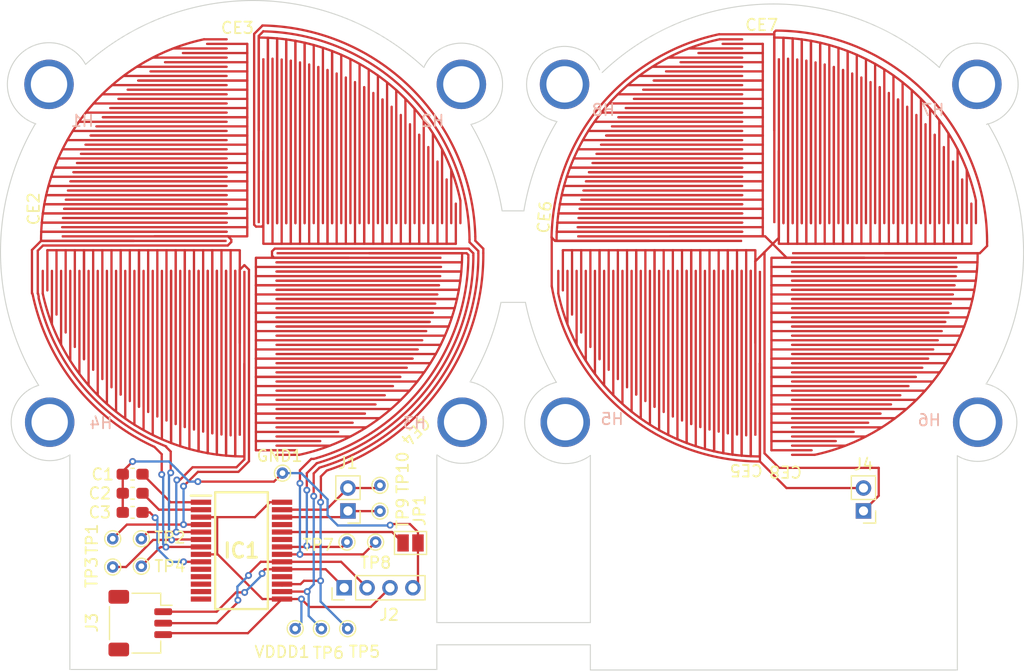
<source format=kicad_pcb>
(kicad_pcb (version 20241229) (generator "pcbnew") (generator_version "9.0")
  (layers (0 "F.Cu" signal) (2 "B.Cu" signal) (13 "F.Paste" user) (15 "B.Paste" user) (5 "F.SilkS" user "F.Silkscreen") (7 "B.SilkS" user "B.Silkscreen") (1 "F.Mask" user) (3 "B.Mask" user) (25 "Edge.Cuts" user))
  (net 0 "")
  (net 1 "Net-(IC1-VCCD)")
  (net 2 "GND")
  (net 3 "Net-(IC1-VSSD)")
  (net 4 "Net-(IC1-VSSA)")
  (net 5 "P5.3")
  (net 6 "P5.2")
  (net 7 "P1.1")
  (net 8 "P1.0")
  (net 9 "P1.3")
  (net 10 "P1.2")
  (net 16 "VDDA_1")
  (net 17 "P3.6")
  (net 18 "P3.1")
  (net 20 "Net-(IC1-XRES)")
  (net 22 "P3.7")
  (net 24 "P3.2")
  (net 31 "P0.1")
  (net 33 "P0.0")
  (footprint "PCB Coils:COIL_GENERATOR" (layer "F.Cu") (at 197.33072 50.091 180)
    (property "Reference" "CE2")
    (property "Value" "C")
  )
  (footprint "PCB Coils:COIL_GENERATOR" (layer "F.Cu") (at 198.33572 50.341 90)
    (property "Reference" "CE3")
    (property "Value" "C")
  )
  (footprint "TestPoint:TestPoint_THTPad_D1.0mm_Drill0.5mm" (layer "F.Cu") (at 188.087 76.086)
    (property "Reference" "TP2")
    (property "Value" "TestPoint")
  )
  (footprint "Connector_PinHeader_2.00mm:PinHeader_1x04_P2.00mm_Vertical" (layer "F.Cu") (at 205.7908 80.3656 90)
    (property "Reference" "J2")
    (property "Value" "Conn_01x04")
  )
  (footprint "Capacitor_SMD:C_0603_1608Metric_Pad1.08x0.95mm_HandSolder" (layer "F.Cu") (at 187.325 72.115 180)
    (property "Reference" "C2")
    (property "Value" "0.1uF")
  )
  (footprint "PCB Coils:COIL_GENERATOR" (layer "F.Cu") (at 242.33072 50.091 180)
    (property "Reference" "CE6")
    (property "Value" "C")
  )
  (footprint "Connector_PinHeader_2.00mm:PinHeader_1x02_P2.00mm_Vertical" (layer "F.Cu") (at 251.121 73.66 180)
    (property "Reference" "J4")
    (property "Value" "Conn_01x02")
  )
  (footprint "TestPoint:TestPoint_THTPad_D1.0mm_Drill0.5mm" (layer "F.Cu") (at 185.587 78.552667 180)
    (property "Reference" "TP3")
    (property "Value" "TestPoint")
  )
  (footprint "PCB Coils:COIL_GENERATOR" (layer "F.Cu") (at 243.33572 50.341 90)
    (property "Reference" "CE7")
    (property "Value" "C")
  )
  (footprint "ECE445L:MountingHole_4_40" (layer "F.Cu") (at 261.021672 36.4236)
    (property "Reference" "H6")
    (property "Value" "~")
  )
  (footprint "Jumper:SolderJumper-2_P1.3mm_Open_Pad1.0x1.5mm" (layer "F.Cu") (at 211.582 76.454)
    (property "Reference" "JP1")
    (property "Value" "SolderJumper_2_Open")
  )
  (footprint "Capacitor_SMD:C_0603_1608Metric_Pad1.08x0.95mm_HandSolder" (layer "F.Cu") (at 187.325 73.787 180)
    (property "Reference" "C3")
    (property "Value" "0.1uF")
  )
  (footprint "TestPoint:TestPoint_THTPad_D1.0mm_Drill0.5mm" (layer "F.Cu") (at 208.534 76.378 180)
    (property "Reference" "TP8")
    (property "Value" "TestPoint")
  )
  (footprint "TestPoint:TestPoint_THTPad_D1.0mm_Drill0.5mm" (layer "F.Cu") (at 208.915 73.676 180)
    (property "Reference" "TP9")
    (property "Value" "TestPoint")
  )
  (footprint "Connector_PinHeader_2.00mm:PinHeader_1x02_P2.00mm_Vertical" (layer "F.Cu") (at 206.121 73.66 180)
    (property "Reference" "J1")
    (property "Value" "Conn_01x02" (hide yes))
  )
  (footprint "Connector_JST:JST_SH_SM03B-SRSS-TB_1x03-1MP_P1.00mm_Horizontal" (layer "F.Cu") (at 187.992 83.455 -90)
    (property "Reference" "J3")
    (property "Value" "Conn_01x04")
  )
  (footprint "ECE445L:MountingHole_4_40" (layer "F.Cu") (at 180.08572 65.913)
    (property "Reference" "H4")
    (property "Value" "~")
  )
  (footprint "ECE382N:SOP65P780X200-28N" (layer "F.Cu") (at 196.828405 77.125)
    (property "Reference" "IC1")
    (property "Value" "CY8C4145PVI-PS431" (hide yes))
  )
  (footprint "TestPoint:TestPoint_THTPad_D1.0mm_Drill0.5mm" (layer "F.Cu") (at 188.087 78.486 180)
    (property "Reference" "TP4")
    (property "Value" "TestPoint")
  )
  (footprint "ECE445L:MountingHole_4_40" (layer "F.Cu") (at 225.027 36.4236)
    (property "Reference" "H5")
    (property "Value" "~")
  )
  (footprint "PCB Coils:COIL_GENERATOR" (layer "F.Cu") (at 197.08072 50.902 -90)
    (property "Reference" "CE1" (hide yes))
    (property "Value" "C")
  )
  (footprint "TestPoint:TestPoint_THTPad_D1.0mm_Drill0.5mm" (layer "F.Cu") (at 206.0956 83.933999 90)
    (property "Reference" "TP5")
    (property "Value" "TestPoint")
  )
  (footprint "TestPoint:TestPoint_THTPad_D1.0mm_Drill0.5mm" (layer "F.Cu") (at 203.802155 83.933999)
    (property "Reference" "TP6")
    (property "Value" "TestPoint")
  )
  (footprint "PCB Coils:COIL_GENERATOR" (layer "F.Cu") (at 198.08572 51.162)
    (property "Reference" "CE4")
    (property "Value" "C")
  )
  (footprint "TestPoint:TestPoint_THTPad_D1.0mm_Drill0.5mm" (layer "F.Cu") (at 208.915 71.426 180)
    (property "Reference" "TP10")
    (property "Value" "TestPoint")
  )
  (footprint "ECE445L:MountingHole_4_40" (layer "F.Cu") (at 261.08572 65.913)
    (property "Reference" "H7")
    (property "Value" "~")
  )
  (footprint "ECE445L:MountingHole_4_40" (layer "F.Cu") (at 225.08572 65.913)
    (property "Reference" "H8")
    (property "Value" "~")
  )
  (footprint "TestPoint:TestPoint_THTPad_D1.0mm_Drill0.5mm" (layer "F.Cu") (at 206.034 76.378 180)
    (property "Reference" "TP7")
    (property "Value" "TestPoint")
  )
  (footprint "PCB Coils:COIL_GENERATOR" (layer "F.Cu") (at 243.08572 51.162)
    (property "Reference" "CE8")
    (property "Value" "C")
  )
  (footprint "ECE445L:MountingHole_4_40" (layer "F.Cu") (at 180.027 36.4236)
    (property "Reference" "H1")
    (property "Value" "~")
  )
  (footprint "ECE445L:MountingHole_4_40" (layer "F.Cu") (at 216.08572 65.913)
    (property "Reference" "H3")
    (property "Value" "~")
  )
  (footprint "ECE445L:MountingHole_4_40" (layer "F.Cu") (at 216.021672 36.4236)
    (property "Reference" "H2")
    (property "Value" "~")
  )
  (footprint "TestPoint:TestPoint_THTPad_D1.0mm_Drill0.5mm" (layer "F.Cu") (at 201.516155 83.933999 180)
    (property "Reference" "VDDD1")
    (property "Value" "TestPoint")
  )
  (footprint "PCB Coils:COIL_GENERATOR" (layer "F.Cu") (at 242.08072 50.902 -90)
    (property "Reference" "CE5")
    (property "Value" "C")
  )
  (footprint "Capacitor_SMD:C_0603_1608Metric_Pad1.08x0.95mm_HandSolder" (layer "F.Cu") (at 187.325 70.45 180)
    (property "Reference" "C1")
    (property "Value" "0.1uF")
  )
  (footprint "TestPoint:TestPoint_THTPad_D1.0mm_Drill0.5mm" (layer "F.Cu") (at 200.406 70.358)
    (property "Reference" "GND1")
    (property "Value" "TestPoint")
  )
  (footprint "TestPoint:TestPoint_THTPad_D1.0mm_Drill0.5mm" (layer "F.Cu") (at 185.587 76.086)
    (property "Reference" "TP1")
    (property "Value" "TestPoint")
  )
  (gr_arc (start 242.08072 69.342) (mid 230.199447 65.004107) (end 223.908189 54.03133) (stroke (width 0.2)) (layer "F.Cu") (net 5))
  (gr_arc (start 190.26218 68.031351) (mid 183.098217 62.918533) (end 179.1208 55.0672) (stroke (width 0.2)) (layer "F.Cu") (net 10))
  (gr_arc (start 223.8944 49.784) (mid 228.106773 38.357658) (end 238.523666 32.049423) (stroke (width 0.2)) (layer "F.Cu") (net 5))
  (gr_arc (start 216.630858 51.565005) (mid 212.8012 62.5856) (end 203.134236 69.117799) (stroke (width 0.2)) (layer "F.Cu") (net 33))
  (gr_arc (start 243.469358 31.734018) (mid 256.508012 37.134788) (end 261.908782 50.173442) (stroke (width 0.2)) (layer "F.Cu") (net 5))
  (gr_arc (start 217.934402 51.155728) (mid 214.207879 62.876766) (end 204.276846 70.132405) (stroke (width 0.2)) (layer "F.Cu") (net 24))
  (gr_arc (start 198.65 31.286187) (mid 211.644782 36.761217) (end 217.236906 49.70604) (stroke (width 0.2)) (layer "F.Cu") (net 24))
  (gr_arc (start 198.731751 31.797564) (mid 211.40307 37.240356) (end 216.731969 49.96) (stroke (width 0.2)) (layer "F.Cu") (net 18))
  (gr_arc (start 189.23 68.072) (mid 182.300295 62.648563) (end 178.581526 54.673274) (stroke (width 0.2)) (layer "F.Cu") (net 9))
  (gr_arc (start 217.066982 51.353274) (mid 213.254487 62.707496) (end 203.387846 69.497405) (stroke (width 0.2)) (layer "F.Cu") (net 31))
  (gr_arc (start 217.503283 51.155121) (mid 213.704387 62.83535) (end 203.641846 69.878405) (stroke (width 0.2)) (layer "F.Cu") (net 18))
  (gr_arc (start 257.743225 34.949674) (mid 263.790739 34.131671) (end 261.856931 39.919852) (stroke (width 0.0875)) (layer "Edge.Cuts"))
  (gr_arc (start 224.311581 62.431178) (mid 222.664639 59.05739) (end 221.612797 55.453434) (stroke (width 0.0875)) (layer "Edge.Cuts"))
  (gr_arc (start 179.123499 62.69593) (mid 175.794077 51.313574) (end 178.845351 39.853521) (stroke (width 0.0875)) (layer "Edge.Cuts"))
  (gr_line (start 213.878589 83.40481) (end 213.878589 68.79556) (stroke (width 0.0875)) (layer "Edge.Cuts"))
  (gr_arc (start 178.876088 39.871638) (mid 177.238713 34.09143) (end 183.217324 34.68136) (stroke (width 0.0875)) (layer "Edge.Cuts"))
  (gr_arc (start 219.478335 55.453434) (mid 218.426844 59.035667) (end 216.787098 62.389657) (stroke (width 0.0875)) (layer "Edge.Cuts"))
  (gr_arc (start 212.743178 34.949658) (mid 218.790789 34.131654) (end 216.856884 39.919836) (stroke (width 0.0875)) (layer "Edge.Cuts"))
  (gr_arc (start 216.856884 39.919836) (mid 218.565631 43.572649) (end 219.58017 47.475669) (stroke (width 0.0875)) (layer "Edge.Cuts"))
  (gr_line (start 227.280072 85.342616) (end 213.878589 85.342616) (stroke (width 0.0875)) (layer "Edge.Cuts"))
  (gr_line (start 219.630989 47.467327) (end 221.476241 47.467327) (stroke (width 0.0875)) (layer "Edge.Cuts"))
  (gr_line (start 259.313036 87.544668) (end 259.313036 68.839186) (stroke (width 0.0875)) (layer "Edge.Cuts"))
  (gr_line (start 181.845625 68.772727) (end 181.845625 87.500952) (stroke (width 0.0875)) (layer "Edge.Cuts"))
  (gr_arc (start 228.313815 35.390995) (mid 242.942157 29.411198) (end 257.743226 34.949674) (stroke (width 0.0875)) (layer "Edge.Cuts"))
  (gr_line (start 227.280072 68.816444) (end 227.280072 83.40481) (stroke (width 0.0875)) (layer "Edge.Cuts"))
  (gr_arc (start 224.358695 39.668302) (mid 222.471901 34.315) (end 228.085957 35.151787) (stroke (width 0.0875)) (layer "Edge.Cuts"))
  (gr_arc (start 261.828695 62.573395) (mid 264.260639 67.187701) (end 259.313036 68.839186) (stroke (width 0.0875)) (layer "Edge.Cuts"))
  (gr_arc (start 183.217324 34.681359) (mid 198.032137 29.105583) (end 212.743179 34.949658) (stroke (width 0.0875)) (layer "Edge.Cuts"))
  (gr_line (start 227.280072 87.544668) (end 259.313036 87.544668) (stroke (width 0.0875)) (layer "Edge.Cuts"))
  (gr_arc (start 261.977071 39.847837) (mid 265.093827 51.23145) (end 261.828695 62.573395) (stroke (width 0.0875)) (layer "Edge.Cuts"))
  (gr_line (start 221.612797 55.453434) (end 219.478335 55.453434) (stroke (width 0.0875)) (layer "Edge.Cuts"))
  (gr_arc (start 227.280072 68.816444) (mid 221.879066 67.444707) (end 224.311581 62.431178) (stroke (width 0.0875)) (layer "Edge.Cuts"))
  (gr_arc (start 181.845625 68.772727) (mid 177.021252 67.285713) (end 179.123554 62.69593) (stroke (width 0.0875)) (layer "Edge.Cuts"))
  (gr_arc (start 221.476241 47.467327) (mid 222.547219 43.430972) (end 224.358702 39.668302) (stroke (width 0.0875)) (layer "Edge.Cuts"))
  (gr_line (start 227.280072 85.342616) (end 227.280072 87.544668) (stroke (width 0.0875)) (layer "Edge.Cuts"))
  (gr_arc (start 216.787095 62.389657) (mid 219.358633 67.394187) (end 213.901711 68.765363) (stroke (width 0.0875)) (layer "Edge.Cuts"))
  (gr_line (start 181.845625 87.500952) (end 213.878589 87.500952) (stroke (width 0.0875)) (layer "Edge.Cuts"))
  (gr_line (start 213.878589 83.40481) (end 227.280072 83.40481) (stroke (width 0.0875)) (layer "Edge.Cuts"))
  (gr_line (start 213.878589 87.500952) (end 213.878589 85.342616) (stroke (width 0.0875)) (layer "Edge.Cuts"))
  (segment (start 193.290405 72.9) (end 190.6375 72.9) (width 0.2) (layer "F.Cu") (net 1))
  (segment (start 190.6375 72.9) (end 188.1875 70.45) (width 0.2) (layer "F.Cu") (net 1))
  (segment (start 193.019765 71.099765) (end 193.04 71.12) (width 0.2) (layer "F.Cu") (net 2))
  (segment (start 186.4625 70.45) (end 186.4625 70.2045) (width 0.2) (layer "F.Cu") (net 2))
  (segment (start 212.232 75.504) (end 212.232 76.454) (width 0.2) (layer "F.Cu") (net 2))
  (segment (start 211.531 74.803) (end 212.232 75.504) (width 0.2) (layer "F.Cu") (net 2))
  (segment (start 212.232 76.454) (end 212.232 79.9244) (width 0.2) (layer "F.Cu") (net 2))
  (segment (start 199.664235 71.099765) (end 200.406 70.358) (width 0.2) (layer "F.Cu") (net 2))
  (segment (start 209.901 74.803) (end 211.531 74.803) (width 0.2) (layer "F.Cu") (net 2))
  (segment (start 186.4625 73.787) (end 186.4625 72.115) (width 0.2) (layer "F.Cu") (net 2))
  (segment (start 186.4625 72.115) (end 186.4625 70.45) (width 0.2) (layer "F.Cu") (net 2))
  (segment (start 209.804 74.9) (end 209.901 74.803) (width 0.2) (layer "F.Cu") (net 2))
  (segment (start 186.4625 70.2045) (end 187.325 69.342) (width 0.2) (layer "F.Cu") (net 2))
  (segment (start 212.232 79.9244) (end 211.7908 80.3656) (width 0.2) (layer "F.Cu") (net 2))
  (segment (start 193.019765 71.099765) (end 199.664235 71.099765) (width 0.2) (layer "F.Cu") (net 2))
  (via (at 187.325 69.342) (size 0.6) (drill 0.3) (layers "F.Cu" "B.Cu") (net 2))
  (via (at 193.019765 71.099765) (size 0.6) (drill 0.3) (layers "F.Cu" "B.Cu") (net 2))
  (via (at 209.804 74.9) (size 0.6) (drill 0.3) (layers "F.Cu" "B.Cu") (net 2))
  (segment (start 191.251634 70.080116) (end 190.899577 69.728059) (width 0.2) (layer "B.Cu") (net 2))
  (segment (start 205.232 74.93) (end 204.343 74.041) (width 0.2) (layer "B.Cu") (net 2))
  (segment (start 202.043163 70.358) (end 200.406 70.358) (width 0.2) (layer "B.Cu") (net 2))
  (segment (start 190.886059 69.728059) (end 190.5 69.342) (width 0.2) (layer "B.Cu") (net 2))
  (segment (start 192.257765 71.099765) (end 191.251634 70.093634) (width 0.2) (layer "B.Cu") (net 2))
  (segment (start 209.774 74.93) (end 205.232 74.93) (width 0.2) (layer "B.Cu") (net 2))
  (segment (start 204.343 72.657837) (end 202.043163 70.358) (width 0.2) (layer "B.Cu") (net 2))
  (segment (start 190.899577 69.728059) (end 190.886059 69.728059) (width 0.2) (layer "B.Cu") (net 2))
  (segment (start 209.804 74.9) (end 209.774 74.93) (width 0.2) (layer "B.Cu") (net 2))
  (segment (start 190.5 69.342) (end 187.325 69.342) (width 0.2) (layer "B.Cu") (net 2))
  (segment (start 193.019765 71.099765) (end 192.257765 71.099765) (width 0.2) (layer "B.Cu") (net 2))
  (segment (start 204.343 74.041) (end 204.343 72.657837) (width 0.2) (layer "B.Cu") (net 2))
  (segment (start 191.251634 70.093634) (end 191.251634 70.080116) (width 0.2) (layer "B.Cu") (net 2))
  (segment (start 188.1875 72.115) (end 189.6225 73.55) (width 0.2) (layer "F.Cu") (net 3))
  (segment (start 189.6225 73.55) (end 193.290405 73.55) (width 0.2) (layer "F.Cu") (net 3))
  (segment (start 191.77 78.1) (end 193.290405 78.1) (width 0.2) (layer "F.Cu") (net 4))
  (segment (start 189.2855 74.25) (end 188.8225 73.787) (width 0.2) (layer "F.Cu") (net 4))
  (segment (start 188.8225 73.787) (end 188.1875 73.787) (width 0.2) (layer "F.Cu") (net 4))
  (segment (start 189.2915 74.25) (end 189.2855 74.25) (width 0.2) (layer "F.Cu") (net 4))
  (via (at 191.77 78.1) (size 0.6) (drill 0.3) (layers "F.Cu" "B.Cu") (net 4))
  (via (at 189.2915 74.25) (size 0.6) (drill 0.3) (layers "F.Cu" "B.Cu") (net 4))
  (segment (start 190.634098 78.105) (end 189.484 76.954902) (width 0.2) (layer "B.Cu") (net 4))
  (segment (start 189.484 76.954902) (end 189.484 74.4425) (width 0.2) (layer "B.Cu") (net 4))
  (segment (start 189.484 74.4425) (end 189.2915 74.25) (width 0.2) (layer "B.Cu") (net 4))
  (segment (start 191.765 78.105) (end 190.634098 78.105) (width 0.2) (layer "B.Cu") (net 4))
  (segment (start 191.77 78.1) (end 191.765 78.105) (width 0.2) (layer "B.Cu") (net 4))
  (segment (start 208.681 71.66) (end 208.915 71.426) (width 0.2) (layer "F.Cu") (net 5))
  (segment (start 232.43072 50.091) (end 224.2014 50.091) (width 0.2) (layer "F.Cu") (net 5))
  (segment (start 261.908782 50.173442) (end 261.908782 50.530018) (width 0.2) (layer "F.Cu") (net 5))
  (segment (start 223.908189 54.03133) (end 223.908189 49.797789) (width 0.2) (layer "F.Cu") (net 5))
  (segment (start 252.98572 51.162) (end 261.2768 51.162) (width 0.2) (layer "F.Cu") (net 5))
  (segment (start 243.33572 32.3088) (end 243.33572 32.0548) (width 0.2) (layer "F.Cu") (net 5))
  (segment (start 261.2768 51.162) (end 261.908782 50.530018) (width 0.2) (layer "F.Cu") (net 5))
  (segment (start 224.2014 50.091) (end 223.8944 49.784) (width 0.2) (layer "F.Cu") (net 5))
  (segment (start 206.121 71.66) (end 208.681 71.66) (width 0.2) (layer "F.Cu") (net 5))
  (segment (start 223.908189 49.797789) (end 223.8944 49.784) (width 0.2) (layer "F.Cu") (net 5))
  (segment (start 242.0808 60.80208) (end 242.0808 69.342) (width 0.2) (layer "F.Cu") (net 5))
  (segment (start 243.33572 32.3088) (end 243.33572 31.867656) (width 0.2) (layer "F.Cu") (net 5))
  (segment (start 243.33572 32.0548) (end 238.5248 32.0548) (width 0.2) (layer "F.Cu") (net 5))
  (segment (start 200.366405 73.55) (end 204.231 73.55) (width 0.2) (layer "F.Cu") (net 5))
  (segment (start 208.915 71.426) (end 208.665 71.676) (width 0.2) (layer "F.Cu") (net 5))
  (segment (start 242.08072 60.802) (end 242.0808 60.80208) (width 0.2) (layer "F.Cu") (net 5))
  (segment (start 244.39872 71.66) (end 242.08072 69.342) (width 0.2) (layer "F.Cu") (net 5))
  (segment (start 243.33572 40.441) (end 243.33572 32.3088) (width 0.2) (layer "F.Cu") (net 5))
  (segment (start 223.8944 49.784) (end 223.8944 49.7332) (width 0.2) (layer "F.Cu") (net 5))
  (segment (start 243.33572 31.867656) (end 243.469358 31.734018) (width 0.2) (layer "F.Cu") (net 5))
  (segment (start 251.121 71.66) (end 244.39872 71.66) (width 0.2) (layer "F.Cu") (net 5))
  (segment (start 204.231 73.55) (end 206.121 71.66) (width 0.2) (layer "F.Cu") (net 5))
  (segment (start 243.73572 42.243) (end 243.73572 49.81428) (width 0.2) (layer "F.Cu") (net 6))
  (segment (start 205.581 74.2) (end 200.366405 74.2) (width 0.2) (layer "F.Cu") (net 6))
  (segment (start 243.2 50.35) (end 244.412 51.562) (width 0.2) (layer "F.Cu") (net 6))
  (segment (start 244.412 51.562) (end 251.18372 51.562) (width 0.2) (layer "F.Cu") (net 6))
  (segment (start 241.68072 59) (end 241.68072 51.86928) (width 0.2) (layer "F.Cu") (net 6))
  (segment (start 242.48172 51.08172) (end 242.48172 68.63172) (width 0.2) (layer "F.Cu") (net 6))
  (segment (start 234.23272 49.691) (end 242.541 49.691) (width 0.2) (layer "F.Cu") (net 6))
  (segment (start 243.73572 49.81428) (end 243.2 50.35) (width 0.2) (layer "F.Cu") (net 6))
  (segment (start 242.541 49.691) (end 243.2 50.35) (width 0.2) (layer "F.Cu") (net 6))
  (segment (start 206.137 73.676) (end 206.121 73.66) (width 0.2) (layer "F.Cu") (net 6))
  (segment (start 252.45 69.9) (end 252.45 72.331) (width 0.2) (layer "F.Cu") (net 6))
  (segment (start 242.475 51.075) (end 242.48172 51.08172) (width 0.2) (layer "F.Cu") (net 6))
  (segment (start 242.475 51.075) (end 243.2 50.35) (width 0.2) (layer "F.Cu") (net 6))
  (segment (start 252.45 72.331) (end 251.121 73.66) (width 0.2) (layer "F.Cu") (net 6))
  (segment (start 244.316 51.562) (end 251.18372 51.562) (width 0.2) (layer "F.Cu") (net 6))
  (segment (start 208.915 73.676) (end 206.137 73.676) (width 0.2) (layer "F.Cu") (net 6))
  (segment (start 242.48172 68.63172) (end 243.75 69.9) (width 0.2) (layer "F.Cu") (net 6))
  (segment (start 206.121 73.66) (end 205.581 74.2) (width 0.2) (layer "F.Cu") (net 6))
  (segment (start 241.68072 51.86928) (end 242.475 51.075) (width 0.2) (layer "F.Cu") (net 6))
  (segment (start 243.75 69.9) (end 252.45 69.9) (width 0.2) (layer "F.Cu") (net 6))
  (segment (start 188.087 76.086) (end 188.673 75.5) (width 0.2) (layer "F.Cu") (net 7))
  (segment (start 191.184439 70.955911) (end 191.450974 70.955911) (width 0.2) (layer "F.Cu") (net 7))
  (segment (start 191.450974 70.955911) (end 192.556885 69.85) (width 0.2) (layer "F.Cu") (net 7))
  (segment (start 196.39072 69.85) (end 192.556885 69.85) (width 0.2) (layer "F.Cu") (net 7))
  (segment (start 197.08072 69.16) (end 197.08072 60.802) (width 0.2) (layer "F.Cu") (net 7))
  (segment (start 191.135 75.5) (end 193.290405 75.5) (width 0.2) (layer "F.Cu") (net 7))
  (segment (start 197.08072 69.16) (end 196.39072 69.85) (width 0.2) (layer "F.Cu") (net 7))
  (segment (start 188.673 75.5) (end 191.135 75.5) (width 0.2) (layer "F.Cu") (net 7))
  (via (at 191.135 75.5) (size 0.6) (drill 0.3) (layers "F.Cu" "B.Cu") (net 7))
  (via (at 191.184439 70.955911) (size 0.6) (drill 0.3) (layers "F.Cu" "B.Cu") (net 7))
  (segment (start 191.135 71.00535) (end 191.184439 70.955911) (width 0.2) (layer "B.Cu") (net 7))
  (segment (start 191.135 75.5) (end 191.135 71.00535) (width 0.2) (layer "B.Cu") (net 7))
  (segment (start 193.02 70.251) (end 196.55682 70.251) (width 0.2) (layer "F.Cu") (net 8))
  (segment (start 197.48172 69.3261) (end 197.48172 52.605226) (width 0.2) (layer "F.Cu") (net 8))
  (segment (start 191.77 74.85) (end 193.290405 74.85) (width 0.2) (layer "F.Cu") (net 8))
  (segment (start 196.55682 70.251) (end 197.48172 69.3261) (width 0.2) (layer "F.Cu") (net 8))
  (segment (start 191.77 71.501) (end 193.02 70.251) (width 0.2) (layer "F.Cu") (net 8))
  (segment (start 196.68072 52.604226) (end 196.68072 59) (width 0.2) (layer "F.Cu") (net 8))
  (segment (start 185.587 76.086) (end 186.823 74.85) (width 0.2) (layer "F.Cu") (net 8))
  (segment (start 197.08072 52.204226) (end 196.68072 52.604226) (width 0.2) (layer "F.Cu") (net 8))
  (segment (start 197.48172 52.605226) (end 197.08072 52.204226) (width 0.2) (layer "F.Cu") (net 8))
  (segment (start 186.823 74.85) (end 191.77 74.85) (width 0.2) (layer "F.Cu") (net 8))
  (via (at 191.77 71.501) (size 0.6) (drill 0.3) (layers "F.Cu" "B.Cu") (net 8))
  (via (at 191.77 74.85) (size 0.6) (drill 0.3) (layers "F.Cu" "B.Cu") (net 8))
  (segment (start 191.77 71.501) (end 191.77 74.85) (width 0.2) (layer "B.Cu") (net 8))
  (segment (start 189.23 68.072) (end 189.865 68.707) (width 0.2) (layer "F.Cu") (net 9))
  (segment (start 188.087 78.486) (end 189.756422 76.816578) (width 0.2) (layer "F.Cu") (net 9))
  (segment (start 187.43072 50.091) (end 179.33072 50.091) (width 0.2) (layer "F.Cu") (net 9))
  (segment (start 189.865 68.707) (end 189.865 70.48) (width 0.2) (layer "F.Cu") (net 9))
  (segment (start 189.756422 76.816578) (end 190.23283 76.816578) (width 0.2) (layer "F.Cu") (net 9))
  (segment (start 190.249408 76.8) (end 190.23283 76.816578) (width 0.2) (layer "F.Cu") (net 9))
  (segment (start 179.33072 50.091) (end 178.53872 50.883) (width 0.2) (layer "F.Cu") (net 9))
  (segment (start 193.290405 76.8) (end 190.249408 76.8) (width 0.2) (layer "F.Cu") (net 9))
  (segment (start 178.53872 50.883) (end 178.53872 54.682) (width 0.2) (layer "F.Cu") (net 9))
  (via (at 190.23283 76.816578) (size 0.6) (drill 0.3) (layers "F.Cu" "B.Cu") (net 9))
  (via (at 189.865 70.48) (size 0.6) (drill 0.3) (layers "F.Cu" "B.Cu") (net 9))
  (segment (start 189.865 70.48) (end 189.992 70.607) (width 0.2) (layer "B.Cu") (net 9))
  (segment (start 189.992 70.607) (end 189.992 76.575748) (width 0.2) (layer "B.Cu") (net 9))
  (segment (start 189.992 76.575748) (end 190.23283 76.816578) (width 0.2) (layer "B.Cu") (net 9))
  (segment (start 190.770627 76.15) (end 193.290405 76.15) (width 0.2) (layer "F.Cu") (net 10))
  (segment (start 190.73045 76.190177) (end 190.770627 76.15) (width 0.2) (layer "F.Cu") (net 10))
  (segment (start 190.73045 76.190177) (end 189.115609 76.190177) (width 0.2) (layer "F.Cu") (net 10))
  (segment (start 190.650634 68.476634) (end 190.246 68.072) (width 0.2) (layer "F.Cu") (net 10))
  (segment (start 179.49682 50.492) (end 179.04672 50.9421) (width 0.2) (layer "F.Cu") (net 10))
  (segment (start 190.650634 70.329059) (end 190.627 70.305425) (width 0.2) (layer "F.Cu") (net 10))
  (segment (start 195.93772 49.983) (end 195.93772 50.181774) (width 0.2) (layer "F.Cu") (net 10))
  (segment (start 179.1208 55.0672) (end 179.1208 54.924619) (width 0.2) (layer "F.Cu") (net 10))
  (segment (start 195.93772 50.181774) (end 195.627494 50.492) (width 0.2) (layer "F.Cu") (net 10))
  (segment (start 190.650634 70.329059) (end 190.650634 68.476634) (width 0.2) (layer "F.Cu") (net 10))
  (segment (start 186.753119 78.552667) (end 185.587 78.552667) (width 0.2) (layer "F.Cu") (net 10))
  (segment (start 179.1208 54.924619) (end 179.071355 54.706635) (width 0.2) (layer "F.Cu") (net 10))
  (segment (start 195.627494 50.492) (end 179.49682 50.492) (width 0.2) (layer "F.Cu") (net 10))
  (segment (start 195.64572 49.691) (end 195.93772 49.983) (width 0.2) (layer "F.Cu") (net 10))
  (segment (start 189.115609 76.190177) (end 186.753119 78.552667) (width 0.2) (layer "F.Cu") (net 10))
  (segment (start 179.071355 54.706635) (end 179.04672 54.682) (width 0.2) (layer "F.Cu") (net 10))
  (segment (start 179.04672 50.9421) (end 179.04672 54.682) (width 0.2) (layer "F.Cu") (net 10))
  (segment (start 189.23272 49.691) (end 195.64572 49.691) (width 0.2) (layer "F.Cu") (net 10))
  (via (at 190.73045 76.190177) (size 0.6) (drill 0.3) (layers "F.Cu" "B.Cu") (net 10))
  (via (at 190.650634 70.329059) (size 0.6) (drill 0.3) (layers "F.Cu" "B.Cu") (net 10))
  (segment (start 190.528941 70.329059) (end 190.650634 70.329059) (width 0.2) (layer "B.Cu") (net 10))
  (segment (start 190.73045 76.190177) (end 190.5 75.959727) (width 0.2) (layer "B.Cu") (net 10))
  (segment (start 190.5 75.959727) (end 190.5 70.358) (width 0.2) (layer "B.Cu") (net 10))
  (segment (start 190.5 70.358) (end 190.528941 70.329059) (width 0.2) (layer "B.Cu") (net 10))
  (segment (start 199.301905 72.9) (end 200.366405 72.9) (width 0.2) (layer "F.Cu") (net 16))
  (segment (start 194.703405 74.2) (end 198.001905 74.2) (width 0.2) (layer "F.Cu") (net 16))
  (segment (start 194.751905 77.45) (end 198.651905 81.35) (width 0.2) (layer "F.Cu") (net 16))
  (segment (start 193.290405 77.45) (end 194.703405 77.45) (width 0.2) (layer "F.Cu") (net 16))
  (segment (start 200.366405 81.35) (end 197.388405 84.328) (width 0.2) (layer "F.Cu") (net 16))
  (segment (start 194.703405 74.2) (end 194.703405 77.45) (width 0.2) (layer "F.Cu") (net 16))
  (segment (start 190.119 84.328) (end 189.992 84.455) (width 0.2) (layer "F.Cu") (net 16))
  (segment (start 198.001905 74.2) (end 199.301905 72.9) (width 0.2) (layer "F.Cu") (net 16))
  (segment (start 209.7908 80.3656) (end 208.1144 82.042) (width 0.2) (layer "F.Cu") (net 16))
  (segment (start 193.290405 74.2) (end 194.703405 74.2) (width 0.2) (layer "F.Cu") (net 16))
  (segment (start 197.388405 84.328) (end 190.119 84.328) (width 0.2) (layer "F.Cu") (net 16))
  (segment (start 200.366405 81.35) (end 199.988405 81.35) (width 0.2) (layer "F.Cu") (net 16))
  (segment (start 202.749 82.042) (end 202.057 81.35) (width 0.2) (layer "F.Cu") (net 16))
  (segment (start 200.366405 81.35) (end 202.057 81.35) (width 0.2) (layer "F.Cu") (net 16))
  (segment (start 208.1144 82.042) (end 202.749 82.042) (width 0.2) (layer "F.Cu") (net 16))
  (segment (start 194.703405 77.45) (end 194.751905 77.45) (width 0.2) (layer "F.Cu") (net 16))
  (segment (start 198.651905 81.35) (end 200.366405 81.35) (width 0.2) (layer "F.Cu") (net 16))
  (via (at 202.057 81.35) (size 0.6) (drill 0.3) (layers "F.Cu" "B.Cu") (net 16))
  (segment (start 202.057 81.35) (end 202.057 83.393154) (width 0.2) (layer "B.Cu") (net 16))
  (segment (start 202.057 83.393154) (end 201.516155 83.933999) (width 0.2) (layer "B.Cu") (net 16))
  (segment (start 196.342 80.772) (end 194.659 82.455) (width 0.2) (layer "F.Cu") (net 17))
  (segment (start 204.1752 78.75) (end 200.366405 78.75) (width 0.2) (layer "F.Cu") (net 17))
  (segment (start 198.872 78.75) (end 200.366405 78.75) (width 0.2) (layer "F.Cu") (net 17))
  (segment (start 198.628 79.121) (end 198.628 78.994) (width 0.2) (layer "F.Cu") (net 17))
  (segment (start 197.104 80.772) (end 196.342 80.772) (width 0.2) (layer "F.Cu") (net 17))
  (segment (start 200.301405 78.815) (end 200.366405 78.75) (width 0.2) (layer "F.Cu") (net 17))
  (segment (start 198.628 78.994) (end 198.872 78.75) (width 0.2) (layer "F.Cu") (net 17))
  (segment (start 205.7908 80.3656) (end 204.1752 78.75) (width 0.2) (layer "F.Cu") (net 17))
  (segment (start 194.659 82.455) (end 189.992 82.455) (width 0.2) (layer "F.Cu") (net 17))
  (via (at 197.104 80.772) (size 0.6) (drill 0.3) (layers "F.Cu" "B.Cu") (net 17))
  (via (at 198.628 79.121) (size 0.6) (drill 0.3) (layers "F.Cu" "B.Cu") (net 17))
  (segment (start 197.104 80.772) (end 198.628 79.248) (width 0.2) (layer "B.Cu") (net 17))
  (segment (start 198.628 79.248) (end 198.628 79.121) (width 0.2) (layer "B.Cu") (net 17))
  (segment (start 198.33572 32.193595) (end 198.731751 31.797564) (width 0.2) (layer "F.Cu") (net 18))
  (segment (start 198.33572 40.441) (end 198.33572 32.193595) (width 0.2) (layer "F.Cu") (net 18))
  (segment (start 203.13 70.390251) (end 203.13 72.372522) (width 0.2) (layer "F.Cu") (net 18))
  (segment (start 217.503283 50.974563) (end 217.503283 51.155121) (width 0.2) (layer "F.Cu") (net 18))
  (segment (start 198.731751 31.797564) (end 198.722564 31.797564) (width 0.2) (layer "F.Cu") (net 18))
  (segment (start 216.731969 50.203249) (end 216.731969 49.96) (width 0.2) (layer "F.Cu") (net 18))
  (segment (start 203.641846 69.878405) (end 203.13 70.390251) (width 0.2) (layer "F.Cu") (net 18))
  (segment (start 217.503283 50.974563) (end 216.731969 50.203249) (width 0.2) (layer "F.Cu") (net 18))
  (segment (start 202.565 80.7) (end 200.366405 80.7) (width 0.2) (layer "F.Cu") (net 18))
  (via (at 203.13 72.372522) (size 0.6) (drill 0.3) (layers "F.Cu" "B.Cu") (net 18))
  (via (at 202.565 80.7) (size 0.6) (drill 0.3) (layers "F.Cu" "B.Cu") (net 18))
  (segment (start 202.565 80.645) (end 203.13322 80.07678) (width 0.2) (layer "B.Cu") (net 18))
  (segment (start 202.51 80.645) (end 202.565 80.645) (width 0.2) (layer "B.Cu") (net 18))
  (segment (start 202.565 80.7) (end 202.51 80.645) (width 0.2) (layer "B.Cu") (net 18))
  (segment (start 202.692 80.772) (end 202.62 80.7) (width 0.2) (layer "B.Cu") (net 18))
  (segment (start 203.802155 83.933999) (end 202.692 82.823844) (width 0.2) (layer "B.Cu") (net 18))
  (segment (start 203.13322 80.07678) (end 203.13322 72.375742) (width 0.2) (layer "B.Cu") (net 18))
  (segment (start 202.692 82.823844) (end 202.692 80.772) (width 0.2) (layer "B.Cu") (net 18))
  (segment (start 202.62 80.7) (end 202.565 80.7) (width 0.2) (layer "B.Cu") (net 18))
  (segment (start 203.13322 72.375742) (end 203.13 72.372522) (width 0.2) (layer "B.Cu") (net 18))
  (segment (start 209.978 75.5) (end 200.366405 75.5) (width 0.2) (layer "F.Cu") (net 20))
  (segment (start 210.932 76.454) (end 209.978 75.5) (width 0.2) (layer "F.Cu") (net 20))
  (segment (start 197.441717 79.291283) (end 197.441717 79.164283) (width 0.2) (layer "F.Cu") (net 22))
  (segment (start 197.441717 79.164283) (end 198.506 78.1) (width 0.2) (layer "F.Cu") (net 22))
  (segment (start 196.512265 81.617735) (end 194.675 83.455) (width 0.2) (layer "F.Cu") (net 22))
  (segment (start 200.366405 78.1) (end 205.5252 78.1) (width 0.2) (layer "F.Cu") (net 22))
  (segment (start 205.5252 78.1) (end 207.7908 80.3656) (width 0.2) (layer "F.Cu") (net 22))
  (segment (start 196.512265 81.450265) (end 196.512265 81.617735) (width 0.2) (layer "F.Cu") (net 22))
  (segment (start 198.506 78.1) (end 200.366405 78.1) (width 0.2) (layer "F.Cu") (net 22))
  (segment (start 194.675 83.455) (end 189.992 83.455) (width 0.2) (layer "F.Cu") (net 22))
  (via (at 197.441717 79.291283) (size 0.6) (drill 0.3) (layers "F.Cu" "B.Cu") (net 22))
  (via (at 196.512265 81.450265) (size 0.6) (drill 0.3) (layers "F.Cu" "B.Cu") (net 22))
  (segment (start 196.469 80.264) (end 196.469 81.407) (width 0.2) (layer "B.Cu") (net 22))
  (segment (start 197.441717 79.291283) (end 196.469 80.264) (width 0.2) (layer "B.Cu") (net 22))
  (segment (start 196.469 81.407) (end 196.512265 81.450265) (width 0.2) (layer "B.Cu") (net 22))
  (segment (start 203.733196 79.756229) (end 202.277828 79.756229) (width 0.2) (layer "F.Cu") (net 24))
  (segment (start 217.238461 49.706) (end 217.238461 50.074741) (width 0.2) (layer "F.Cu") (net 24))
  (segment (start 201.984057 80.05) (end 200.366405 80.05) (width 0.2) (layer "F.Cu") (net 24))
  (segment (start 198.73572 48.709) (end 198.60272 48.842) (width 0.2) (layer "F.Cu") (net 24))
  (segment (start 197.93173 48.67501) (end 197.93173 32.021298) (width 0.2) (layer "F.Cu") (net 24))
  (segment (start 203.7588 72.87242) (end 203.73322 72.898) (width 0.2) (layer "F.Cu") (net 24))
  (segment (start 217.238461 50.074741) (end 217.934402 50.770682) (width 0.2) (layer "F.Cu") (net 24))
  (segment (start 197.93173 32.021298) (end 198.666841 31.286187) (width 0.2) (layer "F.Cu") (net 24))
  (segment (start 198.09872 48.842) (end 197.93173 48.67501) (width 0.2) (layer "F.Cu") (net 24))
  (segment (start 200.366405 80.174) (end 200.366405 80.05) (width 0.2) (layer "F.Cu") (net 24))
  (segment (start 204.276846 70.132405) (end 203.7588 70.650451) (width 0.2) (layer "F.Cu") (net 24))
  (segment (start 198.60272 48.842) (end 198.09872 48.842) (width 0.2) (layer "F.Cu") (net 24))
  (segment (start 203.7588 70.650451) (end 203.7588 72.87242) (width 0.2) (layer "F.Cu") (net 24))
  (segment (start 198.73572 42.243) (end 198.73572 48.709) (width 0.2) (layer "F.Cu") (net 24))
  (segment (start 202.277828 79.756229) (end 201.984057 80.05) (width 0.2) (layer "F.Cu") (net 24))
  (segment (start 217.934402 50.770682) (end 217.934402 51.155728) (width 0.2) (layer "F.Cu") (net 24))
  (via (at 203.733196 79.756229) (size 0.6) (drill 0.3) (layers "F.Cu" "B.Cu") (net 24))
  (via (at 203.73322 72.898) (size 0.6) (drill 0.3) (layers "F.Cu" "B.Cu") (net 24))
  (segment (start 203.73322 79.756205) (end 203.733196 79.756229) (width 0.2) (layer "B.Cu") (net 24))
  (segment (start 203.733196 79.756229) (end 203.733196 81.571595) (width 0.2) (layer "B.Cu") (net 24))
  (segment (start 203.733196 81.571595) (end 206.0956 83.933999) (width 0.2) (layer "B.Cu") (net 24))
  (segment (start 203.73322 72.898) (end 203.73322 79.756205) (width 0.2) (layer "B.Cu") (net 24))
  (segment (start 206.18372 51.562) (end 199.67572 51.562) (width 0.2) (layer "F.Cu") (net 31))
  (segment (start 202.53 76.704868) (end 202.625132 76.8) (width 0.2) (layer "F.Cu") (net 31))
  (segment (start 216.65472 50.761) (end 217.066982 51.173262) (width 0.2) (layer "F.Cu") (net 31))
  (segment (start 199.49372 50.999) (end 199.73172 50.761) (width 0.2) (layer "F.Cu") (net 31))
  (segment (start 199.67572 51.562) (end 199.49372 51.38) (width 0.2) (layer "F.Cu") (net 31))
  (segment (start 202.625132 76.8) (end 205.612 76.8) (width 0.2) (layer "F.Cu") (net 31))
  (segment (start 203.387846 69.497405) (end 203.387846 69.509754) (width 0.2) (layer "F.Cu") (net 31))
  (segment (start 199.49372 51.38) (end 199.49372 50.999) (width 0.2) (layer "F.Cu") (net 31))
  (segment (start 202.53 70.3676) (end 202.53 71.843373) (width 0.2) (layer "F.Cu") (net 31))
  (segment (start 205.612 76.8) (end 206.034 76.378) (width 0.2) (layer "F.Cu") (net 31))
  (segment (start 199.73172 50.761) (end 216.65472 50.761) (width 0.2) (layer "F.Cu") (net 31))
  (segment (start 217.066982 51.173262) (end 217.066982 51.353274) (width 0.2) (layer "F.Cu") (net 31))
  (segment (start 202.53 76.704868) (end 202.434868 76.8) (width 0.2) (layer "F.Cu") (net 31))
  (segment (start 202.434868 76.8) (end 200.366405 76.8) (width 0.2) (layer "F.Cu") (net 31))
  (segment (start 203.387846 69.509754) (end 202.53 70.3676) (width 0.2) (layer "F.Cu") (net 31))
  (via (at 202.53 71.843373) (size 0.6) (drill 0.3) (layers "F.Cu" "B.Cu") (net 31))
  (via (at 202.53 76.704868) (size 0.6) (drill 0.3) (layers "F.Cu" "B.Cu") (net 31))
  (segment (start 202.565 76.669868) (end 202.53 76.704868) (width 0.2) (layer "B.Cu") (net 31))
  (segment (start 202.53 71.843373) (end 202.53 76.704868) (width 0.2) (layer "B.Cu") (net 31))
  (segment (start 216.630858 51.314136) (end 216.478722 51.162) (width 0.2) (layer "F.Cu") (net 33))
  (segment (start 207.98572 51.162) (end 216.478722 51.162) (width 0.2) (layer "F.Cu") (net 33))
  (segment (start 202.916201 69.117799) (end 201.93 70.104) (width 0.2) (layer "F.Cu") (net 33))
  (segment (start 208.534 76.378) (end 207.462 77.45) (width 0.2) (layer "F.Cu") (net 33))
  (segment (start 203.134236 69.117799) (end 202.916201 69.117799) (width 0.2) (layer "F.Cu") (net 33))
  (segment (start 201.93 70.104) (end 201.93 71.247) (width 0.2) (layer "F.Cu") (net 33))
  (segment (start 216.630858 51.565005) (end 216.630858 51.314136) (width 0.2) (layer "F.Cu") (net 33))
  (segment (start 207.462 77.45) (end 201.93 77.45) (width 0.2) (layer "F.Cu") (net 33))
  (segment (start 208.534 76.378) (end 208.784 76.378) (width 0.2) (layer "F.Cu") (net 33))
  (segment (start 201.93 77.45) (end 200.366405 77.45) (width 0.2) (layer "F.Cu") (net 33))
  (via (at 201.93 77.45) (size 0.6) (drill 0.3) (layers "F.Cu" "B.Cu") (net 33))
  (via (at 201.93 71.247) (size 0.6) (drill 0.3) (layers "F.Cu" "B.Cu") (net 33))
  (segment (start 201.93 71.247) (end 201.93 77.45) (width 0.2) (layer "B.Cu") (net 33))
)
</source>
